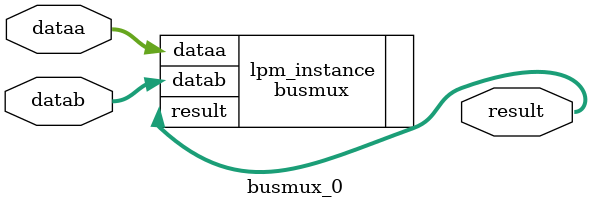
<source format=v>



module busmux_0(dataa,datab,result);
input [31:0] dataa;
input [31:0] datab;
output [31:0] result;

busmux	lpm_instance(.dataa(dataa),.datab(datab),.result(result));
	defparam	lpm_instance.width = 32;

endmodule

</source>
